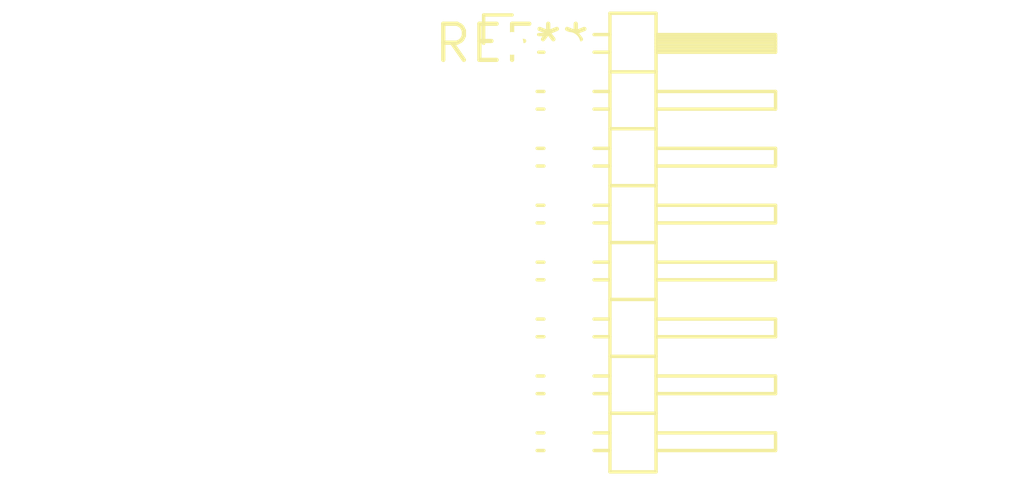
<source format=kicad_pcb>
(kicad_pcb (version 20240108) (generator pcbnew)
  (layers (0 "F.Cu" signal) (31 "B.Cu" signal) (34 "B.Paste" user) (35 "F.Paste" user) (36 "B.SilkS" user "B.Silkscreen") (37 "F.SilkS" user "F.Silkscreen") (38 "B.Mask" user) (39 "F.Mask" user) (44 "Edge.Cuts" user))
  (net 0 "")
  (footprint "PinHeader_2x08_P2.00mm_Horizontal" (layer "F.Cu") (at 0 0)
    (property "Reference" "REF**")
    (property "Value" "PinHeader_2x08_P2.00mm_Horizontal")
    (fp_line (start -1 -1) (end 0 -1) (layer "F.SilkS") (stroke (width 0.12)))
    (fp_line (start -1 0) (end -1 -1) (layer "F.SilkS") (stroke (width 0.12)))
    (fp_line (start 0.882114 1.69) (end 1.117886 1.69) (layer "F.SilkS") (stroke (width 0.12)))
    (fp_line (start 0.882114 2.31) (end 1.117886 2.31) (layer "F.SilkS") (stroke (width 0.12)))
    (fp_line (start 0.882114 3.69) (end 1.117886 3.69) (layer "F.SilkS") (stroke (width 0.12)))
    (fp_line (start 0.882114 4.31) (end 1.117886 4.31) (layer "F.SilkS") (stroke (width 0.12)))
    (fp_line (start 0.882114 5.69) (end 1.117886 5.69) (layer "F.SilkS") (stroke (width 0.12)))
    (fp_line (start 0.882114 6.31) (end 1.117886 6.31) (layer "F.SilkS") (stroke (width 0.12)))
    (fp_line (start 0.882114 7.69) (end 1.117886 7.69) (layer "F.SilkS") (stroke (width 0.12)))
    (fp_line (start 0.882114 8.31) (end 1.117886 8.31) (layer "F.SilkS") (stroke (width 0.12)))
    (fp_line (start 0.882114 9.69) (end 1.117886 9.69) (layer "F.SilkS") (stroke (width 0.12)))
    (fp_line (start 0.882114 10.31) (end 1.117886 10.31) (layer "F.SilkS") (stroke (width 0.12)))
    (fp_line (start 0.882114 11.69) (end 1.117886 11.69) (layer "F.SilkS") (stroke (width 0.12)))
    (fp_line (start 0.882114 12.31) (end 1.117886 12.31) (layer "F.SilkS") (stroke (width 0.12)))
    (fp_line (start 0.882114 13.69) (end 1.117886 13.69) (layer "F.SilkS") (stroke (width 0.12)))
    (fp_line (start 0.882114 14.31) (end 1.117886 14.31) (layer "F.SilkS") (stroke (width 0.12)))
    (fp_line (start 0.935 -0.31) (end 1.117886 -0.31) (layer "F.SilkS") (stroke (width 0.12)))
    (fp_line (start 0.935 0.31) (end 1.117886 0.31) (layer "F.SilkS") (stroke (width 0.12)))
    (fp_line (start 2.882114 -0.31) (end 3.44 -0.31) (layer "F.SilkS") (stroke (width 0.12)))
    (fp_line (start 2.882114 0.31) (end 3.44 0.31) (layer "F.SilkS") (stroke (width 0.12)))
    (fp_line (start 2.882114 1.69) (end 3.44 1.69) (layer "F.SilkS") (stroke (width 0.12)))
    (fp_line (start 2.882114 2.31) (end 3.44 2.31) (layer "F.SilkS") (stroke (width 0.12)))
    (fp_line (start 2.882114 3.69) (end 3.44 3.69) (layer "F.SilkS") (stroke (width 0.12)))
    (fp_line (start 2.882114 4.31) (end 3.44 4.31) (layer "F.SilkS") (stroke (width 0.12)))
    (fp_line (start 2.882114 5.69) (end 3.44 5.69) (layer "F.SilkS") (stroke (width 0.12)))
    (fp_line (start 2.882114 6.31) (end 3.44 6.31) (layer "F.SilkS") (stroke (width 0.12)))
    (fp_line (start 2.882114 7.69) (end 3.44 7.69) (layer "F.SilkS") (stroke (width 0.12)))
    (fp_line (start 2.882114 8.31) (end 3.44 8.31) (layer "F.SilkS") (stroke (width 0.12)))
    (fp_line (start 2.882114 9.69) (end 3.44 9.69) (layer "F.SilkS") (stroke (width 0.12)))
    (fp_line (start 2.882114 10.31) (end 3.44 10.31) (layer "F.SilkS") (stroke (width 0.12)))
    (fp_line (start 2.882114 11.69) (end 3.44 11.69) (layer "F.SilkS") (stroke (width 0.12)))
    (fp_line (start 2.882114 12.31) (end 3.44 12.31) (layer "F.SilkS") (stroke (width 0.12)))
    (fp_line (start 2.882114 13.69) (end 3.44 13.69) (layer "F.SilkS") (stroke (width 0.12)))
    (fp_line (start 2.882114 14.31) (end 3.44 14.31) (layer "F.SilkS") (stroke (width 0.12)))
    (fp_line (start 3.44 -1.06) (end 3.44 15.06) (layer "F.SilkS") (stroke (width 0.12)))
    (fp_line (start 3.44 1) (end 5.06 1) (layer "F.SilkS") (stroke (width 0.12)))
    (fp_line (start 3.44 3) (end 5.06 3) (layer "F.SilkS") (stroke (width 0.12)))
    (fp_line (start 3.44 5) (end 5.06 5) (layer "F.SilkS") (stroke (width 0.12)))
    (fp_line (start 3.44 7) (end 5.06 7) (layer "F.SilkS") (stroke (width 0.12)))
    (fp_line (start 3.44 9) (end 5.06 9) (layer "F.SilkS") (stroke (width 0.12)))
    (fp_line (start 3.44 11) (end 5.06 11) (layer "F.SilkS") (stroke (width 0.12)))
    (fp_line (start 3.44 13) (end 5.06 13) (layer "F.SilkS") (stroke (width 0.12)))
    (fp_line (start 3.44 15.06) (end 5.06 15.06) (layer "F.SilkS") (stroke (width 0.12)))
    (fp_line (start 5.06 -1.06) (end 3.44 -1.06) (layer "F.SilkS") (stroke (width 0.12)))
    (fp_line (start 5.06 -0.31) (end 9.26 -0.31) (layer "F.SilkS") (stroke (width 0.12)))
    (fp_line (start 5.06 -0.25) (end 9.26 -0.25) (layer "F.SilkS") (stroke (width 0.12)))
    (fp_line (start 5.06 -0.13) (end 9.26 -0.13) (layer "F.SilkS") (stroke (width 0.12)))
    (fp_line (start 5.06 -0.01) (end 9.26 -0.01) (layer "F.SilkS") (stroke (width 0.12)))
    (fp_line (start 5.06 0.11) (end 9.26 0.11) (layer "F.SilkS") (stroke (width 0.12)))
    (fp_line (start 5.06 0.23) (end 9.26 0.23) (layer "F.SilkS") (stroke (width 0.12)))
    (fp_line (start 5.06 1.69) (end 9.26 1.69) (layer "F.SilkS") (stroke (width 0.12)))
    (fp_line (start 5.06 3.69) (end 9.26 3.69) (layer "F.SilkS") (stroke (width 0.12)))
    (fp_line (start 5.06 5.69) (end 9.26 5.69) (layer "F.SilkS") (stroke (width 0.12)))
    (fp_line (start 5.06 7.69) (end 9.26 7.69) (layer "F.SilkS") (stroke (width 0.12)))
    (fp_line (start 5.06 9.69) (end 9.26 9.69) (layer "F.SilkS") (stroke (width 0.12)))
    (fp_line (start 5.06 11.69) (end 9.26 11.69) (layer "F.SilkS") (stroke (width 0.12)))
    (fp_line (start 5.06 13.69) (end 9.26 13.69) (layer "F.SilkS") (stroke (width 0.12)))
    (fp_line (start 5.06 15.06) (end 5.06 -1.06) (layer "F.SilkS") (stroke (width 0.12)))
    (fp_line (start 9.26 -0.31) (end 9.26 0.31) (layer "F.SilkS") (stroke (width 0.12)))
    (fp_line (start 9.26 0.31) (end 5.06 0.31) (layer "F.SilkS") (stroke (width 0.12)))
    (fp_line (start 9.26 1.69) (end 9.26 2.31) (layer "F.SilkS") (stroke (width 0.12)))
    (fp_line (start 9.26 2.31) (end 5.06 2.31) (layer "F.SilkS") (stroke (width 0.12)))
    (fp_line (start 9.26 3.69) (end 9.26 4.31) (layer "F.SilkS") (stroke (width 0.12)))
    (fp_line (start 9.26 4.31) (end 5.06 4.31) (layer "F.SilkS") (stroke (width 0.12)))
    (fp_line (start 9.26 5.69) (end 9.26 6.31) (layer "F.SilkS") (stroke (width 0.12)))
    (fp_line (start 9.26 6.31) (end 5.06 6.31) (layer "F.SilkS") (stroke (width 0.12)))
    (fp_line (start 9.26 7.69) (end 9.26 8.31) (layer "F.SilkS") (stroke (width 0.12)))
    (fp_line (start 9.26 8.31) (end 5.06 8.31) (layer "F.SilkS") (stroke (width 0.12)))
    (fp_line (start 9.26 9.69) (end 9.26 10.31) (layer "F.SilkS") (stroke (width 0.12)))
    (fp_line (start 9.26 10.31) (end 5.06 10.31) (layer "F.SilkS") (stroke (width 0.12)))
    (fp_line (start 9.26 11.69) (end 9.26 12.31) (layer "F.SilkS") (stroke (width 0.12)))
    (fp_line (start 9.26 12.31) (end 5.06 12.31) (layer "F.SilkS") (stroke (width 0.12)))
    (fp_line (start 9.26 13.69) (end 9.26 14.31) (layer "F.SilkS") (stroke (width 0.12)))
    (fp_line (start 9.26 14.31) (end 5.06 14.31) (layer "F.SilkS") (stroke (width 0.12)))
    (pad "1" thru_hole rect (at 0 0) (size 1.35 1.35) (drill 0.8) (layers *.Cu *.Mask) (remove_unused_layers))
    (pad "2" thru_hole oval (at 2 0) (size 1.35 1.35) (drill 0.8) (layers *.Cu *.Mask) (remove_unused_layers))
    (pad "3" thru_hole oval (at 0 2) (size 1.35 1.35) (drill 0.8) (layers *.Cu *.Mask) (remove_unused_layers))
    (pad "4" thru_hole oval (at 2 2) (size 1.35 1.35) (drill 0.8) (layers *.Cu *.Mask) (remove_unused_layers))
    (pad "5" thru_hole oval (at 0 4) (size 1.35 1.35) (drill 0.8) (layers *.Cu *.Mask) (remove_unused_layers))
    (pad "6" thru_hole oval (at 2 4) (size 1.35 1.35) (drill 0.8) (layers *.Cu *.Mask) (remove_unused_layers))
    (pad "7" thru_hole oval (at 0 6) (size 1.35 1.35) (drill 0.8) (layers *.Cu *.Mask) (remove_unused_layers))
    (pad "8" thru_hole oval (at 2 6) (size 1.35 1.35) (drill 0.8) (layers *.Cu *.Mask) (remove_unused_layers))
    (pad "9" thru_hole oval (at 0 8) (size 1.35 1.35) (drill 0.8) (layers *.Cu *.Mask) (remove_unused_layers))
    (pad "10" thru_hole oval (at 2 8) (size 1.35 1.35) (drill 0.8) (layers *.Cu *.Mask) (remove_unused_layers))
    (pad "11" thru_hole oval (at 0 10) (size 1.35 1.35) (drill 0.8) (layers *.Cu *.Mask) (remove_unused_layers))
    (pad "12" thru_hole oval (at 2 10) (size 1.35 1.35) (drill 0.8) (layers *.Cu *.Mask) (remove_unused_layers))
    (pad "13" thru_hole oval (at 0 12) (size 1.35 1.35) (drill 0.8) (layers *.Cu *.Mask) (remove_unused_layers))
    (pad "14" thru_hole oval (at 2 12) (size 1.35 1.35) (drill 0.8) (layers *.Cu *.Mask) (remove_unused_layers))
    (pad "15" thru_hole oval (at 0 14) (size 1.35 1.35) (drill 0.8) (layers *.Cu *.Mask) (remove_unused_layers))
    (pad "16" thru_hole oval (at 2 14) (size 1.35 1.35) (drill 0.8) (layers *.Cu *.Mask) (remove_unused_layers))
  )
)
</source>
